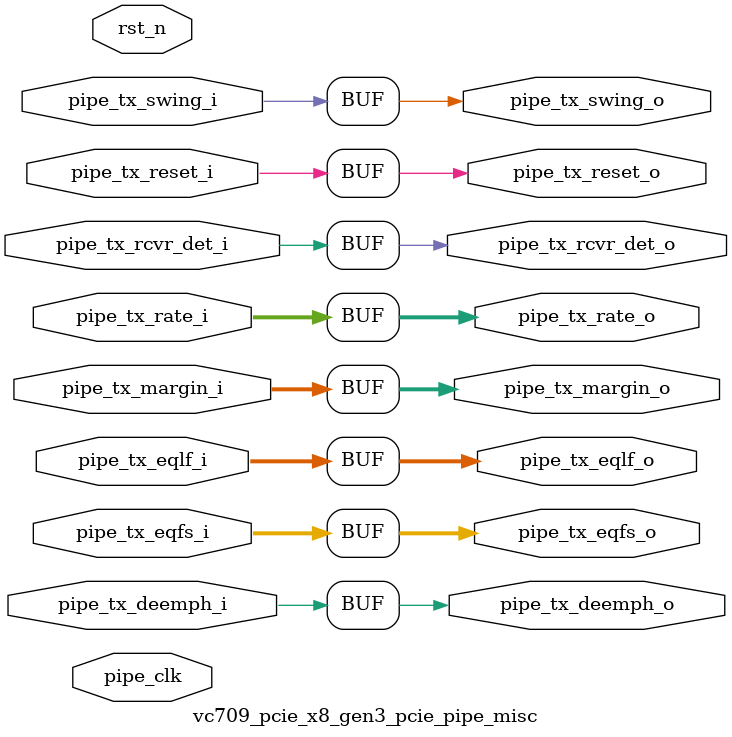
<source format=v>

`timescale 1ps/1ps

module vc709_pcie_x8_gen3_pcie_pipe_misc #
(
  parameter        TCQ = 100,
  parameter        PIPE_PIPELINE_STAGES = 0    // 0 - 0 stages, 1 - 1 stage, 2 - 2 stages
) (

  input   wire        pipe_tx_rcvr_det_i      ,     // PIPE Tx Receiver Detect
  input   wire        pipe_tx_reset_i         ,     // PIPE Tx Reset
  input   wire [1:0]  pipe_tx_rate_i          ,     // PIPE Tx Rate
  input   wire        pipe_tx_deemph_i        ,     // PIPE Tx Deemphasis
  input   wire [2:0]  pipe_tx_margin_i        ,     // PIPE Tx Margin
  input   wire        pipe_tx_swing_i         ,     // PIPE Tx Swing
  input   wire [5:0]  pipe_tx_eqfs_i          ,     // PIPE Tx
  input   wire [5:0]  pipe_tx_eqlf_i          ,     // PIPE Tx
  output  wire        pipe_tx_rcvr_det_o      ,     // Pipelined PIPE Tx Receiver Detect
  output  wire        pipe_tx_reset_o         ,     // Pipelined PIPE Tx Reset
  output  wire [1:0]  pipe_tx_rate_o          ,     // Pipelined PIPE Tx Rate
  output  wire        pipe_tx_deemph_o        ,     // Pipelined PIPE Tx Deemphasis
  output  wire [2:0]  pipe_tx_margin_o        ,     // Pipelined PIPE Tx Margin
  output  wire        pipe_tx_swing_o         ,     // Pipelined PIPE Tx Swing
  output wire [5:0]  pipe_tx_eqfs_o           ,     // PIPE Tx
  output wire [5:0]  pipe_tx_eqlf_o           ,     // PIPE Tx

  input   wire        pipe_clk                ,     // PIPE Clock
  input   wire        rst_n                         // Reset
);

  //******************************************************************//
  // Reality check.                                                   //
  //******************************************************************//

  reg                pipe_tx_rcvr_det_q       ;
  reg                pipe_tx_reset_q          ;
  reg [1:0]          pipe_tx_rate_q           ;
  reg                pipe_tx_deemph_q         ;
  reg [2:0]          pipe_tx_margin_q         ;
  reg                pipe_tx_swing_q          ;
  reg                pipe_tx_eqfs_q          ;
  reg                pipe_tx_eqlf_q          ;

  reg                pipe_tx_rcvr_det_qq      ;
  reg                pipe_tx_reset_qq         ;
  reg [1:0]          pipe_tx_rate_qq          ;
  reg                pipe_tx_deemph_qq        ;
  reg [2:0]          pipe_tx_margin_qq        ;
  reg                pipe_tx_swing_qq         ;
  reg                pipe_tx_eqfs_qq          ;
  reg                pipe_tx_eqlf_qq          ;


  generate

  if (PIPE_PIPELINE_STAGES == 0) begin : pipe_stages_0

      assign pipe_tx_rcvr_det_o = pipe_tx_rcvr_det_i;
      assign pipe_tx_reset_o    = pipe_tx_reset_i;
      assign pipe_tx_rate_o     = pipe_tx_rate_i;
      assign pipe_tx_deemph_o   = pipe_tx_deemph_i;
      assign pipe_tx_margin_o   = pipe_tx_margin_i;
      assign pipe_tx_swing_o    = pipe_tx_swing_i;
      assign pipe_tx_eqfs_o     = pipe_tx_eqfs_i;
      assign pipe_tx_eqlf_o     = pipe_tx_eqlf_i;

  end // if (PIPE_PIPELINE_STAGES == 0)
  else if (PIPE_PIPELINE_STAGES == 1) begin : pipe_stages_1

    always @(posedge pipe_clk) begin

      if (!rst_n)
      begin

        pipe_tx_rcvr_det_q <= #TCQ 1'b0;
        pipe_tx_reset_q    <= #TCQ 1'b1;
        pipe_tx_rate_q     <= #TCQ 2'b0;
        pipe_tx_deemph_q   <= #TCQ 1'b1;
        pipe_tx_margin_q   <= #TCQ 3'b0;
        pipe_tx_swing_q    <= #TCQ 1'b0;
        pipe_tx_eqfs_q     <= #TCQ 5'b0;
        pipe_tx_eqlf_q     <= #TCQ 5'b0;

      end
      else
      begin

        pipe_tx_rcvr_det_q <= #TCQ pipe_tx_rcvr_det_i;
        pipe_tx_reset_q    <= #TCQ pipe_tx_reset_i;
        pipe_tx_rate_q     <= #TCQ pipe_tx_rate_i;
        pipe_tx_deemph_q   <= #TCQ pipe_tx_deemph_i;
        pipe_tx_margin_q   <= #TCQ pipe_tx_margin_i;
        pipe_tx_swing_q    <= #TCQ pipe_tx_swing_i;
        pipe_tx_eqfs_q     <= #TCQ pipe_tx_eqfs_i;
        pipe_tx_eqlf_q     <= #TCQ pipe_tx_eqlf_i;

      end

    end

    assign pipe_tx_rcvr_det_o = pipe_tx_rcvr_det_q;
    assign pipe_tx_reset_o    = pipe_tx_reset_q;
    assign pipe_tx_rate_o     = pipe_tx_rate_q;
    assign pipe_tx_deemph_o   = pipe_tx_deemph_q;
    assign pipe_tx_margin_o   = pipe_tx_margin_q;
    assign pipe_tx_swing_o    = pipe_tx_swing_q;
    assign pipe_tx_eqfs_o     = pipe_tx_eqfs_q;
    assign pipe_tx_eqlf_o     = pipe_tx_eqlf_q;

  end // if (PIPE_PIPELINE_STAGES == 1)
  else if (PIPE_PIPELINE_STAGES == 2) begin : pipe_stages_2

    always @(posedge pipe_clk) begin

      if (!rst_n)
      begin

        pipe_tx_rcvr_det_q  <= #TCQ 1'b0;
        pipe_tx_reset_q     <= #TCQ 1'b1;
        pipe_tx_rate_q      <= #TCQ 2'b0;
        pipe_tx_deemph_q    <= #TCQ 1'b1;
        pipe_tx_margin_q    <= #TCQ 1'b0;
        pipe_tx_swing_q     <= #TCQ 1'b0;
        pipe_tx_eqfs_q      <= #TCQ 5'b0;
        pipe_tx_eqlf_q      <= #TCQ 5'b0;

        pipe_tx_rcvr_det_qq <= #TCQ 1'b0;
        pipe_tx_reset_qq    <= #TCQ 1'b1;
        pipe_tx_rate_qq     <= #TCQ 2'b0;
        pipe_tx_deemph_qq   <= #TCQ 1'b1;
        pipe_tx_margin_qq   <= #TCQ 1'b0;
        pipe_tx_swing_qq    <= #TCQ 1'b0;
        pipe_tx_eqfs_qq     <= #TCQ 5'b0;
        pipe_tx_eqlf_qq     <= #TCQ 5'b0;

      end
      else
      begin

        pipe_tx_rcvr_det_q  <= #TCQ pipe_tx_rcvr_det_i;
        pipe_tx_reset_q     <= #TCQ pipe_tx_reset_i;
        pipe_tx_rate_q      <= #TCQ pipe_tx_rate_i;
        pipe_tx_deemph_q    <= #TCQ pipe_tx_deemph_i;
        pipe_tx_margin_q    <= #TCQ pipe_tx_margin_i;
        pipe_tx_swing_q     <= #TCQ pipe_tx_swing_i;
        pipe_tx_eqfs_q      <= #TCQ pipe_tx_eqfs_i;
        pipe_tx_eqlf_q      <= #TCQ pipe_tx_eqlf_i;

        pipe_tx_rcvr_det_qq <= #TCQ pipe_tx_rcvr_det_q;
        pipe_tx_reset_qq    <= #TCQ pipe_tx_reset_q;
        pipe_tx_rate_qq     <= #TCQ pipe_tx_rate_q;
        pipe_tx_deemph_qq   <= #TCQ pipe_tx_deemph_q;
        pipe_tx_margin_qq   <= #TCQ pipe_tx_margin_q;
        pipe_tx_swing_qq    <= #TCQ pipe_tx_swing_q;
        pipe_tx_eqfs_qq     <= #TCQ pipe_tx_eqfs_q;
        pipe_tx_eqlf_qq     <= #TCQ pipe_tx_eqlf_q;

      end

    end

    assign pipe_tx_rcvr_det_o = pipe_tx_rcvr_det_qq;
    assign pipe_tx_reset_o    = pipe_tx_reset_qq;
    assign pipe_tx_rate_o     = pipe_tx_rate_qq;
    assign pipe_tx_deemph_o   = pipe_tx_deemph_qq;
    assign pipe_tx_margin_o   = pipe_tx_margin_qq;
    assign pipe_tx_swing_o    = pipe_tx_swing_qq;
    assign pipe_tx_eqfs_o     = pipe_tx_eqfs_qq;
    assign pipe_tx_eqlf_o     = pipe_tx_eqlf_qq;

  end // if (PIPE_PIPELINE_STAGES == 2)

  // Default to zero pipeline stages if PIPE_PIPELINE_STAGES != 0,1,2
  else begin
    assign pipe_tx_rcvr_det_o = pipe_tx_rcvr_det_i;
    assign pipe_tx_reset_o    = pipe_tx_reset_i;
    assign pipe_tx_rate_o     = pipe_tx_rate_i;
    assign pipe_tx_deemph_o   = pipe_tx_deemph_i;
    assign pipe_tx_margin_o   = pipe_tx_margin_i;
    assign pipe_tx_swing_o    = pipe_tx_swing_i;
    assign pipe_tx_eqfs_o     = pipe_tx_eqfs_i;
    assign pipe_tx_eqlf_o     = pipe_tx_eqlf_i;
  end
  endgenerate

endmodule


</source>
